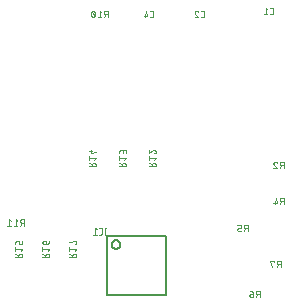
<source format=gbr>
G04 EAGLE Gerber RS-274X export*
G75*
%MOMM*%
%FSLAX34Y34*%
%LPD*%
%INSilkscreen Bottom*%
%IPPOS*%
%AMOC8*
5,1,8,0,0,1.08239X$1,22.5*%
G01*
%ADD10C,0.050800*%
%ADD11C,0.152400*%


D10*
X260152Y862584D02*
X261394Y862584D01*
X261464Y862586D01*
X261533Y862592D01*
X261602Y862602D01*
X261670Y862615D01*
X261738Y862633D01*
X261804Y862654D01*
X261869Y862679D01*
X261933Y862707D01*
X261995Y862739D01*
X262055Y862774D01*
X262113Y862813D01*
X262168Y862855D01*
X262222Y862900D01*
X262272Y862948D01*
X262320Y862998D01*
X262365Y863052D01*
X262407Y863107D01*
X262446Y863165D01*
X262481Y863225D01*
X262513Y863287D01*
X262541Y863351D01*
X262566Y863416D01*
X262587Y863482D01*
X262605Y863550D01*
X262618Y863618D01*
X262628Y863687D01*
X262634Y863756D01*
X262636Y863826D01*
X262636Y866930D01*
X262634Y867000D01*
X262628Y867069D01*
X262618Y867138D01*
X262605Y867206D01*
X262587Y867274D01*
X262566Y867340D01*
X262541Y867405D01*
X262513Y867469D01*
X262481Y867531D01*
X262446Y867591D01*
X262407Y867649D01*
X262365Y867704D01*
X262320Y867758D01*
X262272Y867808D01*
X262222Y867856D01*
X262168Y867901D01*
X262113Y867943D01*
X262055Y867982D01*
X261995Y868017D01*
X261933Y868049D01*
X261869Y868077D01*
X261804Y868102D01*
X261738Y868123D01*
X261670Y868141D01*
X261602Y868154D01*
X261533Y868164D01*
X261464Y868170D01*
X261394Y868172D01*
X260152Y868172D01*
X258048Y866930D02*
X256496Y868172D01*
X256496Y862584D01*
X258048Y862584D02*
X254943Y862584D01*
X202974Y860044D02*
X201732Y860044D01*
X202974Y860044D02*
X203044Y860046D01*
X203113Y860052D01*
X203182Y860062D01*
X203250Y860075D01*
X203318Y860093D01*
X203384Y860114D01*
X203449Y860139D01*
X203513Y860167D01*
X203575Y860199D01*
X203635Y860234D01*
X203693Y860273D01*
X203748Y860315D01*
X203802Y860360D01*
X203852Y860408D01*
X203900Y860458D01*
X203945Y860512D01*
X203987Y860567D01*
X204026Y860625D01*
X204061Y860685D01*
X204093Y860747D01*
X204121Y860811D01*
X204146Y860876D01*
X204167Y860942D01*
X204185Y861010D01*
X204198Y861078D01*
X204208Y861147D01*
X204214Y861216D01*
X204216Y861286D01*
X204216Y864390D01*
X204214Y864460D01*
X204208Y864529D01*
X204198Y864598D01*
X204185Y864666D01*
X204167Y864734D01*
X204146Y864800D01*
X204121Y864865D01*
X204093Y864929D01*
X204061Y864991D01*
X204026Y865051D01*
X203987Y865109D01*
X203945Y865164D01*
X203900Y865218D01*
X203852Y865268D01*
X203802Y865316D01*
X203748Y865361D01*
X203693Y865403D01*
X203635Y865442D01*
X203575Y865477D01*
X203513Y865509D01*
X203449Y865537D01*
X203384Y865562D01*
X203318Y865583D01*
X203250Y865601D01*
X203182Y865614D01*
X203113Y865624D01*
X203044Y865630D01*
X202974Y865632D01*
X201732Y865632D01*
X197920Y865632D02*
X197847Y865630D01*
X197774Y865624D01*
X197701Y865615D01*
X197630Y865601D01*
X197558Y865584D01*
X197488Y865564D01*
X197419Y865539D01*
X197352Y865511D01*
X197286Y865480D01*
X197222Y865445D01*
X197159Y865407D01*
X197099Y865365D01*
X197041Y865321D01*
X196985Y865273D01*
X196932Y865223D01*
X196882Y865170D01*
X196834Y865114D01*
X196790Y865056D01*
X196748Y864996D01*
X196710Y864934D01*
X196675Y864869D01*
X196644Y864803D01*
X196616Y864736D01*
X196591Y864667D01*
X196571Y864597D01*
X196554Y864525D01*
X196540Y864454D01*
X196531Y864381D01*
X196525Y864308D01*
X196523Y864235D01*
X197920Y865632D02*
X198004Y865630D01*
X198087Y865624D01*
X198170Y865615D01*
X198252Y865601D01*
X198334Y865584D01*
X198415Y865562D01*
X198495Y865537D01*
X198573Y865509D01*
X198651Y865477D01*
X198726Y865441D01*
X198800Y865402D01*
X198872Y865359D01*
X198942Y865313D01*
X199009Y865264D01*
X199075Y865211D01*
X199137Y865156D01*
X199197Y865098D01*
X199255Y865037D01*
X199309Y864974D01*
X199361Y864908D01*
X199409Y864840D01*
X199454Y864769D01*
X199496Y864697D01*
X199534Y864622D01*
X199569Y864546D01*
X199600Y864469D01*
X199628Y864390D01*
X196990Y863149D02*
X196936Y863202D01*
X196885Y863259D01*
X196837Y863318D01*
X196792Y863379D01*
X196751Y863442D01*
X196712Y863508D01*
X196677Y863575D01*
X196645Y863644D01*
X196617Y863715D01*
X196593Y863786D01*
X196572Y863859D01*
X196555Y863933D01*
X196541Y864008D01*
X196532Y864083D01*
X196526Y864159D01*
X196524Y864235D01*
X196989Y863148D02*
X199628Y860044D01*
X196523Y860044D01*
X159794Y860044D02*
X158552Y860044D01*
X159794Y860044D02*
X159864Y860046D01*
X159933Y860052D01*
X160002Y860062D01*
X160070Y860075D01*
X160138Y860093D01*
X160204Y860114D01*
X160269Y860139D01*
X160333Y860167D01*
X160395Y860199D01*
X160455Y860234D01*
X160513Y860273D01*
X160568Y860315D01*
X160622Y860360D01*
X160672Y860408D01*
X160720Y860458D01*
X160765Y860512D01*
X160807Y860567D01*
X160846Y860625D01*
X160881Y860685D01*
X160913Y860747D01*
X160941Y860811D01*
X160966Y860876D01*
X160987Y860942D01*
X161005Y861010D01*
X161018Y861078D01*
X161028Y861147D01*
X161034Y861216D01*
X161036Y861286D01*
X161036Y864390D01*
X161034Y864460D01*
X161028Y864529D01*
X161018Y864598D01*
X161005Y864666D01*
X160987Y864734D01*
X160966Y864800D01*
X160941Y864865D01*
X160913Y864929D01*
X160881Y864991D01*
X160846Y865051D01*
X160807Y865109D01*
X160765Y865164D01*
X160720Y865218D01*
X160672Y865268D01*
X160622Y865316D01*
X160568Y865361D01*
X160513Y865403D01*
X160455Y865442D01*
X160395Y865477D01*
X160333Y865509D01*
X160269Y865537D01*
X160204Y865562D01*
X160138Y865583D01*
X160070Y865601D01*
X160002Y865614D01*
X159933Y865624D01*
X159864Y865630D01*
X159794Y865632D01*
X158552Y865632D01*
X155206Y865632D02*
X156448Y861286D01*
X153343Y861286D01*
X154275Y862528D02*
X154275Y860044D01*
D11*
X172320Y625240D02*
X122320Y625240D01*
X172320Y625240D02*
X172320Y675240D01*
X122320Y675240D01*
X122270Y671740D02*
X122320Y625240D01*
X122270Y671740D02*
X122320Y675240D01*
X126296Y667672D02*
X126298Y667791D01*
X126304Y667911D01*
X126314Y668030D01*
X126328Y668148D01*
X126346Y668266D01*
X126367Y668384D01*
X126393Y668500D01*
X126422Y668616D01*
X126456Y668731D01*
X126493Y668844D01*
X126534Y668956D01*
X126578Y669067D01*
X126626Y669177D01*
X126678Y669284D01*
X126733Y669390D01*
X126792Y669494D01*
X126855Y669596D01*
X126920Y669695D01*
X126989Y669793D01*
X127061Y669888D01*
X127136Y669981D01*
X127215Y670071D01*
X127296Y670159D01*
X127380Y670243D01*
X127467Y670325D01*
X127556Y670404D01*
X127648Y670480D01*
X127743Y670553D01*
X127840Y670623D01*
X127939Y670689D01*
X128041Y670752D01*
X128144Y670812D01*
X128249Y670868D01*
X128356Y670921D01*
X128465Y670970D01*
X128576Y671016D01*
X128688Y671057D01*
X128801Y671095D01*
X128915Y671130D01*
X129031Y671160D01*
X129147Y671187D01*
X129264Y671209D01*
X129382Y671228D01*
X129501Y671243D01*
X129620Y671254D01*
X129739Y671261D01*
X129858Y671264D01*
X129978Y671263D01*
X130097Y671258D01*
X130216Y671249D01*
X130335Y671236D01*
X130453Y671219D01*
X130570Y671199D01*
X130687Y671174D01*
X130803Y671145D01*
X130918Y671113D01*
X131032Y671077D01*
X131145Y671037D01*
X131256Y670993D01*
X131365Y670946D01*
X131473Y670895D01*
X131580Y670841D01*
X131684Y670783D01*
X131786Y670721D01*
X131887Y670657D01*
X131985Y670588D01*
X132081Y670517D01*
X132174Y670443D01*
X132265Y670365D01*
X132353Y670285D01*
X132438Y670201D01*
X132521Y670115D01*
X132601Y670026D01*
X132678Y669935D01*
X132751Y669841D01*
X132822Y669744D01*
X132889Y669646D01*
X132953Y669545D01*
X133014Y669442D01*
X133071Y669337D01*
X133124Y669231D01*
X133174Y669122D01*
X133221Y669012D01*
X133263Y668901D01*
X133302Y668788D01*
X133338Y668674D01*
X133369Y668558D01*
X133396Y668442D01*
X133420Y668325D01*
X133440Y668207D01*
X133456Y668089D01*
X133468Y667970D01*
X133476Y667851D01*
X133480Y667732D01*
X133480Y667612D01*
X133476Y667493D01*
X133468Y667374D01*
X133456Y667255D01*
X133440Y667137D01*
X133420Y667019D01*
X133396Y666902D01*
X133369Y666786D01*
X133338Y666670D01*
X133302Y666556D01*
X133263Y666443D01*
X133221Y666332D01*
X133174Y666222D01*
X133124Y666113D01*
X133071Y666007D01*
X133014Y665902D01*
X132953Y665799D01*
X132889Y665698D01*
X132822Y665600D01*
X132751Y665503D01*
X132678Y665409D01*
X132601Y665318D01*
X132521Y665229D01*
X132438Y665143D01*
X132353Y665059D01*
X132265Y664979D01*
X132174Y664901D01*
X132081Y664827D01*
X131985Y664756D01*
X131887Y664687D01*
X131786Y664623D01*
X131684Y664561D01*
X131580Y664503D01*
X131473Y664449D01*
X131365Y664398D01*
X131256Y664351D01*
X131145Y664307D01*
X131032Y664267D01*
X130918Y664231D01*
X130803Y664199D01*
X130687Y664170D01*
X130570Y664145D01*
X130453Y664125D01*
X130335Y664108D01*
X130216Y664095D01*
X130097Y664086D01*
X129978Y664081D01*
X129858Y664080D01*
X129739Y664083D01*
X129620Y664090D01*
X129501Y664101D01*
X129382Y664116D01*
X129264Y664135D01*
X129147Y664157D01*
X129031Y664184D01*
X128915Y664214D01*
X128801Y664249D01*
X128688Y664287D01*
X128576Y664328D01*
X128465Y664374D01*
X128356Y664423D01*
X128249Y664476D01*
X128144Y664532D01*
X128041Y664592D01*
X127939Y664655D01*
X127840Y664721D01*
X127743Y664791D01*
X127648Y664864D01*
X127556Y664940D01*
X127467Y665019D01*
X127380Y665101D01*
X127296Y665185D01*
X127215Y665273D01*
X127136Y665363D01*
X127061Y665456D01*
X126989Y665551D01*
X126920Y665649D01*
X126855Y665748D01*
X126792Y665850D01*
X126733Y665954D01*
X126678Y666060D01*
X126626Y666167D01*
X126578Y666277D01*
X126534Y666388D01*
X126493Y666500D01*
X126456Y666613D01*
X126422Y666728D01*
X126393Y666844D01*
X126367Y666960D01*
X126346Y667078D01*
X126328Y667196D01*
X126314Y667314D01*
X126304Y667433D01*
X126298Y667553D01*
X126296Y667672D01*
D10*
X120871Y676054D02*
X120871Y681642D01*
X121492Y676054D02*
X120250Y676054D01*
X120250Y681642D02*
X121492Y681642D01*
X116809Y676054D02*
X115567Y676054D01*
X116809Y676054D02*
X116879Y676056D01*
X116948Y676062D01*
X117017Y676072D01*
X117085Y676085D01*
X117153Y676103D01*
X117219Y676124D01*
X117284Y676149D01*
X117348Y676177D01*
X117410Y676209D01*
X117470Y676244D01*
X117528Y676283D01*
X117583Y676325D01*
X117637Y676370D01*
X117687Y676418D01*
X117735Y676468D01*
X117780Y676522D01*
X117822Y676577D01*
X117861Y676635D01*
X117896Y676695D01*
X117928Y676757D01*
X117956Y676821D01*
X117981Y676886D01*
X118002Y676952D01*
X118020Y677020D01*
X118033Y677088D01*
X118043Y677157D01*
X118049Y677226D01*
X118051Y677296D01*
X118051Y680400D01*
X118049Y680470D01*
X118043Y680539D01*
X118033Y680608D01*
X118020Y680676D01*
X118002Y680744D01*
X117981Y680810D01*
X117956Y680875D01*
X117928Y680939D01*
X117896Y681001D01*
X117861Y681061D01*
X117822Y681119D01*
X117780Y681174D01*
X117735Y681228D01*
X117687Y681278D01*
X117637Y681326D01*
X117583Y681371D01*
X117528Y681413D01*
X117470Y681452D01*
X117410Y681487D01*
X117348Y681519D01*
X117284Y681547D01*
X117219Y681572D01*
X117153Y681593D01*
X117085Y681611D01*
X117017Y681624D01*
X116948Y681634D01*
X116879Y681640D01*
X116809Y681642D01*
X115567Y681642D01*
X113462Y680400D02*
X111910Y681642D01*
X111910Y676054D01*
X113462Y676054D02*
X110358Y676054D01*
X122936Y860044D02*
X122936Y865632D01*
X121384Y865632D01*
X121307Y865630D01*
X121229Y865624D01*
X121153Y865615D01*
X121076Y865601D01*
X121001Y865584D01*
X120927Y865563D01*
X120853Y865538D01*
X120781Y865510D01*
X120711Y865478D01*
X120642Y865443D01*
X120575Y865404D01*
X120510Y865362D01*
X120447Y865317D01*
X120386Y865269D01*
X120328Y865218D01*
X120273Y865164D01*
X120220Y865107D01*
X120171Y865048D01*
X120124Y864986D01*
X120080Y864922D01*
X120040Y864856D01*
X120003Y864788D01*
X119969Y864718D01*
X119939Y864647D01*
X119913Y864574D01*
X119890Y864500D01*
X119871Y864425D01*
X119856Y864350D01*
X119844Y864273D01*
X119836Y864196D01*
X119832Y864119D01*
X119832Y864041D01*
X119836Y863964D01*
X119844Y863887D01*
X119856Y863810D01*
X119871Y863735D01*
X119890Y863660D01*
X119913Y863586D01*
X119939Y863513D01*
X119969Y863442D01*
X120003Y863372D01*
X120040Y863304D01*
X120080Y863238D01*
X120124Y863174D01*
X120171Y863112D01*
X120220Y863053D01*
X120273Y862996D01*
X120328Y862942D01*
X120386Y862891D01*
X120447Y862843D01*
X120510Y862798D01*
X120575Y862756D01*
X120642Y862717D01*
X120711Y862682D01*
X120781Y862650D01*
X120853Y862622D01*
X120927Y862597D01*
X121001Y862576D01*
X121076Y862559D01*
X121153Y862545D01*
X121229Y862536D01*
X121307Y862530D01*
X121384Y862528D01*
X122936Y862528D01*
X121073Y862528D02*
X119832Y860044D01*
X117486Y864390D02*
X115934Y865632D01*
X115934Y860044D01*
X117486Y860044D02*
X114381Y860044D01*
X111999Y862838D02*
X111997Y862969D01*
X111992Y863099D01*
X111982Y863229D01*
X111969Y863359D01*
X111953Y863489D01*
X111933Y863618D01*
X111909Y863746D01*
X111881Y863873D01*
X111850Y864000D01*
X111815Y864126D01*
X111777Y864251D01*
X111735Y864375D01*
X111690Y864497D01*
X111641Y864618D01*
X111589Y864738D01*
X111533Y864856D01*
X111534Y864856D02*
X111511Y864916D01*
X111485Y864976D01*
X111456Y865033D01*
X111423Y865089D01*
X111387Y865143D01*
X111349Y865195D01*
X111307Y865245D01*
X111263Y865292D01*
X111216Y865337D01*
X111166Y865379D01*
X111115Y865418D01*
X111061Y865454D01*
X111005Y865487D01*
X110948Y865517D01*
X110889Y865544D01*
X110828Y865567D01*
X110767Y865587D01*
X110704Y865603D01*
X110640Y865616D01*
X110576Y865625D01*
X110512Y865630D01*
X110447Y865632D01*
X110382Y865630D01*
X110318Y865625D01*
X110254Y865616D01*
X110190Y865603D01*
X110127Y865587D01*
X110066Y865567D01*
X110005Y865544D01*
X109946Y865517D01*
X109889Y865487D01*
X109833Y865454D01*
X109779Y865418D01*
X109728Y865379D01*
X109678Y865337D01*
X109631Y865292D01*
X109587Y865245D01*
X109545Y865195D01*
X109507Y865143D01*
X109471Y865089D01*
X109438Y865033D01*
X109409Y864976D01*
X109383Y864916D01*
X109360Y864856D01*
X109361Y864856D02*
X109305Y864738D01*
X109253Y864618D01*
X109204Y864497D01*
X109159Y864375D01*
X109117Y864251D01*
X109079Y864126D01*
X109044Y864000D01*
X109013Y863874D01*
X108985Y863746D01*
X108961Y863618D01*
X108941Y863489D01*
X108925Y863359D01*
X108912Y863229D01*
X108902Y863099D01*
X108897Y862969D01*
X108895Y862838D01*
X111999Y862838D02*
X111997Y862707D01*
X111992Y862577D01*
X111982Y862447D01*
X111969Y862317D01*
X111953Y862187D01*
X111933Y862059D01*
X111909Y861930D01*
X111881Y861803D01*
X111850Y861676D01*
X111815Y861550D01*
X111777Y861425D01*
X111735Y861302D01*
X111690Y861179D01*
X111641Y861058D01*
X111589Y860938D01*
X111533Y860820D01*
X111534Y860820D02*
X111511Y860760D01*
X111485Y860700D01*
X111456Y860643D01*
X111423Y860587D01*
X111387Y860533D01*
X111349Y860481D01*
X111307Y860431D01*
X111263Y860384D01*
X111216Y860339D01*
X111166Y860297D01*
X111115Y860258D01*
X111061Y860222D01*
X111005Y860189D01*
X110948Y860159D01*
X110889Y860132D01*
X110828Y860109D01*
X110767Y860089D01*
X110704Y860073D01*
X110640Y860060D01*
X110576Y860051D01*
X110512Y860046D01*
X110447Y860044D01*
X109361Y860820D02*
X109305Y860938D01*
X109253Y861058D01*
X109204Y861179D01*
X109159Y861301D01*
X109117Y861425D01*
X109079Y861550D01*
X109044Y861676D01*
X109013Y861802D01*
X108985Y861930D01*
X108961Y862058D01*
X108941Y862187D01*
X108925Y862317D01*
X108912Y862447D01*
X108902Y862577D01*
X108897Y862707D01*
X108895Y862838D01*
X109360Y860820D02*
X109383Y860760D01*
X109409Y860700D01*
X109438Y860643D01*
X109471Y860587D01*
X109507Y860533D01*
X109545Y860481D01*
X109587Y860431D01*
X109631Y860384D01*
X109678Y860339D01*
X109728Y860297D01*
X109779Y860258D01*
X109833Y860222D01*
X109889Y860189D01*
X109946Y860159D01*
X110005Y860132D01*
X110066Y860109D01*
X110127Y860089D01*
X110190Y860073D01*
X110254Y860060D01*
X110318Y860051D01*
X110382Y860046D01*
X110447Y860044D01*
X111689Y861286D02*
X109205Y864390D01*
X51816Y689102D02*
X51816Y683514D01*
X51816Y689102D02*
X50264Y689102D01*
X50187Y689100D01*
X50109Y689094D01*
X50033Y689085D01*
X49956Y689071D01*
X49881Y689054D01*
X49807Y689033D01*
X49733Y689008D01*
X49661Y688980D01*
X49591Y688948D01*
X49522Y688913D01*
X49455Y688874D01*
X49390Y688832D01*
X49327Y688787D01*
X49266Y688739D01*
X49208Y688688D01*
X49153Y688634D01*
X49100Y688577D01*
X49051Y688518D01*
X49004Y688456D01*
X48960Y688392D01*
X48920Y688326D01*
X48883Y688258D01*
X48849Y688188D01*
X48819Y688117D01*
X48793Y688044D01*
X48770Y687970D01*
X48751Y687895D01*
X48736Y687820D01*
X48724Y687743D01*
X48716Y687666D01*
X48712Y687589D01*
X48712Y687511D01*
X48716Y687434D01*
X48724Y687357D01*
X48736Y687280D01*
X48751Y687205D01*
X48770Y687130D01*
X48793Y687056D01*
X48819Y686983D01*
X48849Y686912D01*
X48883Y686842D01*
X48920Y686774D01*
X48960Y686708D01*
X49004Y686644D01*
X49051Y686582D01*
X49100Y686523D01*
X49153Y686466D01*
X49208Y686412D01*
X49266Y686361D01*
X49327Y686313D01*
X49390Y686268D01*
X49455Y686226D01*
X49522Y686187D01*
X49591Y686152D01*
X49661Y686120D01*
X49733Y686092D01*
X49807Y686067D01*
X49881Y686046D01*
X49956Y686029D01*
X50033Y686015D01*
X50109Y686006D01*
X50187Y686000D01*
X50264Y685998D01*
X51816Y685998D01*
X49953Y685998D02*
X48712Y683514D01*
X46366Y687860D02*
X44814Y689102D01*
X44814Y683514D01*
X46366Y683514D02*
X43261Y683514D01*
X40879Y687860D02*
X39327Y689102D01*
X39327Y683514D01*
X40879Y683514D02*
X37775Y683514D01*
X271699Y732028D02*
X271699Y737616D01*
X270147Y737616D01*
X270070Y737614D01*
X269992Y737608D01*
X269916Y737599D01*
X269839Y737585D01*
X269764Y737568D01*
X269690Y737547D01*
X269616Y737522D01*
X269544Y737494D01*
X269474Y737462D01*
X269405Y737427D01*
X269338Y737388D01*
X269273Y737346D01*
X269210Y737301D01*
X269149Y737253D01*
X269091Y737202D01*
X269036Y737148D01*
X268983Y737091D01*
X268934Y737032D01*
X268887Y736970D01*
X268843Y736906D01*
X268803Y736840D01*
X268766Y736772D01*
X268732Y736702D01*
X268702Y736631D01*
X268676Y736558D01*
X268653Y736484D01*
X268634Y736409D01*
X268619Y736334D01*
X268607Y736257D01*
X268599Y736180D01*
X268595Y736103D01*
X268595Y736025D01*
X268599Y735948D01*
X268607Y735871D01*
X268619Y735794D01*
X268634Y735719D01*
X268653Y735644D01*
X268676Y735570D01*
X268702Y735497D01*
X268732Y735426D01*
X268766Y735356D01*
X268803Y735288D01*
X268843Y735222D01*
X268887Y735158D01*
X268934Y735096D01*
X268983Y735037D01*
X269036Y734980D01*
X269091Y734926D01*
X269149Y734875D01*
X269210Y734827D01*
X269273Y734782D01*
X269338Y734740D01*
X269405Y734701D01*
X269474Y734666D01*
X269544Y734634D01*
X269616Y734606D01*
X269690Y734581D01*
X269764Y734560D01*
X269839Y734543D01*
X269916Y734529D01*
X269992Y734520D01*
X270070Y734514D01*
X270147Y734512D01*
X271699Y734512D01*
X269836Y734512D02*
X268594Y732028D01*
X263144Y736219D02*
X263146Y736292D01*
X263152Y736365D01*
X263161Y736438D01*
X263175Y736509D01*
X263192Y736581D01*
X263212Y736651D01*
X263237Y736720D01*
X263265Y736787D01*
X263296Y736853D01*
X263331Y736918D01*
X263369Y736980D01*
X263411Y737040D01*
X263455Y737098D01*
X263503Y737154D01*
X263553Y737207D01*
X263606Y737257D01*
X263662Y737305D01*
X263720Y737349D01*
X263780Y737391D01*
X263843Y737429D01*
X263907Y737464D01*
X263973Y737495D01*
X264040Y737523D01*
X264109Y737548D01*
X264179Y737568D01*
X264251Y737585D01*
X264322Y737599D01*
X264395Y737608D01*
X264468Y737614D01*
X264541Y737616D01*
X264625Y737614D01*
X264708Y737608D01*
X264791Y737599D01*
X264873Y737585D01*
X264955Y737568D01*
X265036Y737546D01*
X265116Y737521D01*
X265194Y737493D01*
X265272Y737461D01*
X265347Y737425D01*
X265421Y737386D01*
X265493Y737343D01*
X265563Y737297D01*
X265630Y737248D01*
X265696Y737195D01*
X265758Y737140D01*
X265818Y737082D01*
X265876Y737021D01*
X265930Y736958D01*
X265982Y736892D01*
X266030Y736824D01*
X266075Y736753D01*
X266117Y736681D01*
X266155Y736606D01*
X266190Y736530D01*
X266221Y736453D01*
X266249Y736374D01*
X263610Y735133D02*
X263556Y735186D01*
X263505Y735243D01*
X263457Y735302D01*
X263412Y735363D01*
X263371Y735426D01*
X263332Y735492D01*
X263297Y735559D01*
X263265Y735628D01*
X263237Y735699D01*
X263213Y735770D01*
X263192Y735843D01*
X263175Y735917D01*
X263161Y735992D01*
X263152Y736067D01*
X263146Y736143D01*
X263144Y736219D01*
X263610Y735132D02*
X266248Y732028D01*
X263144Y732028D01*
X271699Y707136D02*
X271699Y701548D01*
X271699Y707136D02*
X270147Y707136D01*
X270070Y707134D01*
X269992Y707128D01*
X269916Y707119D01*
X269839Y707105D01*
X269764Y707088D01*
X269690Y707067D01*
X269616Y707042D01*
X269544Y707014D01*
X269474Y706982D01*
X269405Y706947D01*
X269338Y706908D01*
X269273Y706866D01*
X269210Y706821D01*
X269149Y706773D01*
X269091Y706722D01*
X269036Y706668D01*
X268983Y706611D01*
X268934Y706552D01*
X268887Y706490D01*
X268843Y706426D01*
X268803Y706360D01*
X268766Y706292D01*
X268732Y706222D01*
X268702Y706151D01*
X268676Y706078D01*
X268653Y706004D01*
X268634Y705929D01*
X268619Y705854D01*
X268607Y705777D01*
X268599Y705700D01*
X268595Y705623D01*
X268595Y705545D01*
X268599Y705468D01*
X268607Y705391D01*
X268619Y705314D01*
X268634Y705239D01*
X268653Y705164D01*
X268676Y705090D01*
X268702Y705017D01*
X268732Y704946D01*
X268766Y704876D01*
X268803Y704808D01*
X268843Y704742D01*
X268887Y704678D01*
X268934Y704616D01*
X268983Y704557D01*
X269036Y704500D01*
X269091Y704446D01*
X269149Y704395D01*
X269210Y704347D01*
X269273Y704302D01*
X269338Y704260D01*
X269405Y704221D01*
X269474Y704186D01*
X269544Y704154D01*
X269616Y704126D01*
X269690Y704101D01*
X269764Y704080D01*
X269839Y704063D01*
X269916Y704049D01*
X269992Y704040D01*
X270070Y704034D01*
X270147Y704032D01*
X271699Y704032D01*
X269836Y704032D02*
X268594Y701548D01*
X266248Y702790D02*
X265007Y707136D01*
X266248Y702790D02*
X263144Y702790D01*
X264075Y704032D02*
X264075Y701548D01*
X241219Y684276D02*
X241219Y678688D01*
X241219Y684276D02*
X239667Y684276D01*
X239590Y684274D01*
X239512Y684268D01*
X239436Y684259D01*
X239359Y684245D01*
X239284Y684228D01*
X239210Y684207D01*
X239136Y684182D01*
X239064Y684154D01*
X238994Y684122D01*
X238925Y684087D01*
X238858Y684048D01*
X238793Y684006D01*
X238730Y683961D01*
X238669Y683913D01*
X238611Y683862D01*
X238556Y683808D01*
X238503Y683751D01*
X238454Y683692D01*
X238407Y683630D01*
X238363Y683566D01*
X238323Y683500D01*
X238286Y683432D01*
X238252Y683362D01*
X238222Y683291D01*
X238196Y683218D01*
X238173Y683144D01*
X238154Y683069D01*
X238139Y682994D01*
X238127Y682917D01*
X238119Y682840D01*
X238115Y682763D01*
X238115Y682685D01*
X238119Y682608D01*
X238127Y682531D01*
X238139Y682454D01*
X238154Y682379D01*
X238173Y682304D01*
X238196Y682230D01*
X238222Y682157D01*
X238252Y682086D01*
X238286Y682016D01*
X238323Y681948D01*
X238363Y681882D01*
X238407Y681818D01*
X238454Y681756D01*
X238503Y681697D01*
X238556Y681640D01*
X238611Y681586D01*
X238669Y681535D01*
X238730Y681487D01*
X238793Y681442D01*
X238858Y681400D01*
X238925Y681361D01*
X238994Y681326D01*
X239064Y681294D01*
X239136Y681266D01*
X239210Y681241D01*
X239284Y681220D01*
X239359Y681203D01*
X239436Y681189D01*
X239512Y681180D01*
X239590Y681174D01*
X239667Y681172D01*
X241219Y681172D01*
X239356Y681172D02*
X238114Y678688D01*
X235768Y678688D02*
X233906Y678688D01*
X233836Y678690D01*
X233767Y678696D01*
X233698Y678706D01*
X233630Y678719D01*
X233562Y678737D01*
X233496Y678758D01*
X233431Y678783D01*
X233367Y678811D01*
X233305Y678843D01*
X233245Y678878D01*
X233187Y678917D01*
X233132Y678959D01*
X233078Y679004D01*
X233028Y679052D01*
X232980Y679102D01*
X232935Y679156D01*
X232893Y679211D01*
X232854Y679269D01*
X232819Y679329D01*
X232787Y679391D01*
X232759Y679455D01*
X232734Y679520D01*
X232713Y679586D01*
X232695Y679654D01*
X232682Y679722D01*
X232672Y679791D01*
X232666Y679860D01*
X232664Y679930D01*
X232664Y680551D01*
X232666Y680621D01*
X232672Y680690D01*
X232682Y680759D01*
X232695Y680827D01*
X232713Y680895D01*
X232734Y680961D01*
X232759Y681026D01*
X232787Y681090D01*
X232819Y681152D01*
X232854Y681212D01*
X232893Y681270D01*
X232935Y681325D01*
X232980Y681379D01*
X233028Y681429D01*
X233078Y681477D01*
X233132Y681522D01*
X233187Y681564D01*
X233245Y681603D01*
X233305Y681638D01*
X233367Y681670D01*
X233431Y681698D01*
X233496Y681723D01*
X233562Y681744D01*
X233630Y681762D01*
X233698Y681775D01*
X233767Y681785D01*
X233836Y681791D01*
X233906Y681793D01*
X233906Y681792D02*
X235768Y681792D01*
X235768Y684276D01*
X232664Y684276D01*
X251379Y628396D02*
X251379Y622808D01*
X251379Y628396D02*
X249827Y628396D01*
X249750Y628394D01*
X249672Y628388D01*
X249596Y628379D01*
X249519Y628365D01*
X249444Y628348D01*
X249370Y628327D01*
X249296Y628302D01*
X249224Y628274D01*
X249154Y628242D01*
X249085Y628207D01*
X249018Y628168D01*
X248953Y628126D01*
X248890Y628081D01*
X248829Y628033D01*
X248771Y627982D01*
X248716Y627928D01*
X248663Y627871D01*
X248614Y627812D01*
X248567Y627750D01*
X248523Y627686D01*
X248483Y627620D01*
X248446Y627552D01*
X248412Y627482D01*
X248382Y627411D01*
X248356Y627338D01*
X248333Y627264D01*
X248314Y627189D01*
X248299Y627114D01*
X248287Y627037D01*
X248279Y626960D01*
X248275Y626883D01*
X248275Y626805D01*
X248279Y626728D01*
X248287Y626651D01*
X248299Y626574D01*
X248314Y626499D01*
X248333Y626424D01*
X248356Y626350D01*
X248382Y626277D01*
X248412Y626206D01*
X248446Y626136D01*
X248483Y626068D01*
X248523Y626002D01*
X248567Y625938D01*
X248614Y625876D01*
X248663Y625817D01*
X248716Y625760D01*
X248771Y625706D01*
X248829Y625655D01*
X248890Y625607D01*
X248953Y625562D01*
X249018Y625520D01*
X249085Y625481D01*
X249154Y625446D01*
X249224Y625414D01*
X249296Y625386D01*
X249370Y625361D01*
X249444Y625340D01*
X249519Y625323D01*
X249596Y625309D01*
X249672Y625300D01*
X249750Y625294D01*
X249827Y625292D01*
X251379Y625292D01*
X249516Y625292D02*
X248274Y622808D01*
X245928Y625912D02*
X244066Y625912D01*
X244066Y625913D02*
X243996Y625911D01*
X243927Y625905D01*
X243858Y625895D01*
X243790Y625882D01*
X243722Y625864D01*
X243656Y625843D01*
X243591Y625818D01*
X243527Y625790D01*
X243465Y625758D01*
X243405Y625723D01*
X243347Y625684D01*
X243292Y625642D01*
X243238Y625597D01*
X243188Y625549D01*
X243140Y625499D01*
X243095Y625445D01*
X243053Y625390D01*
X243014Y625332D01*
X242979Y625272D01*
X242947Y625210D01*
X242919Y625146D01*
X242894Y625081D01*
X242873Y625015D01*
X242855Y624947D01*
X242842Y624879D01*
X242832Y624810D01*
X242826Y624741D01*
X242824Y624671D01*
X242824Y624360D01*
X242826Y624283D01*
X242832Y624205D01*
X242841Y624129D01*
X242855Y624052D01*
X242872Y623977D01*
X242893Y623903D01*
X242918Y623829D01*
X242946Y623757D01*
X242978Y623687D01*
X243013Y623618D01*
X243052Y623551D01*
X243094Y623486D01*
X243139Y623423D01*
X243187Y623362D01*
X243238Y623304D01*
X243292Y623249D01*
X243349Y623196D01*
X243408Y623147D01*
X243470Y623100D01*
X243534Y623056D01*
X243600Y623016D01*
X243668Y622979D01*
X243738Y622945D01*
X243809Y622915D01*
X243882Y622889D01*
X243956Y622866D01*
X244031Y622847D01*
X244106Y622832D01*
X244183Y622820D01*
X244260Y622812D01*
X244337Y622808D01*
X244415Y622808D01*
X244492Y622812D01*
X244569Y622820D01*
X244646Y622832D01*
X244721Y622847D01*
X244796Y622866D01*
X244870Y622889D01*
X244943Y622915D01*
X245014Y622945D01*
X245084Y622979D01*
X245152Y623016D01*
X245218Y623056D01*
X245282Y623100D01*
X245344Y623147D01*
X245403Y623196D01*
X245460Y623249D01*
X245514Y623304D01*
X245565Y623362D01*
X245613Y623423D01*
X245658Y623486D01*
X245700Y623551D01*
X245739Y623618D01*
X245774Y623687D01*
X245806Y623757D01*
X245834Y623829D01*
X245859Y623903D01*
X245880Y623977D01*
X245897Y624052D01*
X245911Y624129D01*
X245920Y624205D01*
X245926Y624283D01*
X245928Y624360D01*
X245928Y625912D01*
X245929Y625912D02*
X245927Y626010D01*
X245921Y626107D01*
X245912Y626204D01*
X245898Y626301D01*
X245881Y626397D01*
X245860Y626492D01*
X245836Y626586D01*
X245807Y626680D01*
X245775Y626772D01*
X245740Y626863D01*
X245701Y626952D01*
X245658Y627040D01*
X245612Y627126D01*
X245563Y627210D01*
X245510Y627292D01*
X245455Y627372D01*
X245396Y627450D01*
X245334Y627525D01*
X245269Y627598D01*
X245201Y627668D01*
X245131Y627736D01*
X245058Y627801D01*
X244983Y627863D01*
X244905Y627922D01*
X244825Y627977D01*
X244743Y628030D01*
X244659Y628079D01*
X244573Y628125D01*
X244485Y628168D01*
X244396Y628207D01*
X244305Y628242D01*
X244213Y628274D01*
X244119Y628303D01*
X244025Y628327D01*
X243930Y628348D01*
X243834Y628365D01*
X243737Y628379D01*
X243640Y628388D01*
X243543Y628394D01*
X243445Y628396D01*
X269159Y648208D02*
X269159Y653796D01*
X267607Y653796D01*
X267530Y653794D01*
X267452Y653788D01*
X267376Y653779D01*
X267299Y653765D01*
X267224Y653748D01*
X267150Y653727D01*
X267076Y653702D01*
X267004Y653674D01*
X266934Y653642D01*
X266865Y653607D01*
X266798Y653568D01*
X266733Y653526D01*
X266670Y653481D01*
X266609Y653433D01*
X266551Y653382D01*
X266496Y653328D01*
X266443Y653271D01*
X266394Y653212D01*
X266347Y653150D01*
X266303Y653086D01*
X266263Y653020D01*
X266226Y652952D01*
X266192Y652882D01*
X266162Y652811D01*
X266136Y652738D01*
X266113Y652664D01*
X266094Y652589D01*
X266079Y652514D01*
X266067Y652437D01*
X266059Y652360D01*
X266055Y652283D01*
X266055Y652205D01*
X266059Y652128D01*
X266067Y652051D01*
X266079Y651974D01*
X266094Y651899D01*
X266113Y651824D01*
X266136Y651750D01*
X266162Y651677D01*
X266192Y651606D01*
X266226Y651536D01*
X266263Y651468D01*
X266303Y651402D01*
X266347Y651338D01*
X266394Y651276D01*
X266443Y651217D01*
X266496Y651160D01*
X266551Y651106D01*
X266609Y651055D01*
X266670Y651007D01*
X266733Y650962D01*
X266798Y650920D01*
X266865Y650881D01*
X266934Y650846D01*
X267004Y650814D01*
X267076Y650786D01*
X267150Y650761D01*
X267224Y650740D01*
X267299Y650723D01*
X267376Y650709D01*
X267452Y650700D01*
X267530Y650694D01*
X267607Y650692D01*
X269159Y650692D01*
X267296Y650692D02*
X266054Y648208D01*
X263708Y653175D02*
X263708Y653796D01*
X260604Y653796D01*
X262156Y648208D01*
X163576Y733735D02*
X157988Y733735D01*
X163576Y733735D02*
X163576Y735287D01*
X163574Y735364D01*
X163568Y735442D01*
X163559Y735518D01*
X163545Y735595D01*
X163528Y735670D01*
X163507Y735744D01*
X163482Y735818D01*
X163454Y735890D01*
X163422Y735960D01*
X163387Y736029D01*
X163348Y736096D01*
X163306Y736161D01*
X163261Y736224D01*
X163213Y736285D01*
X163162Y736343D01*
X163108Y736398D01*
X163051Y736451D01*
X162992Y736500D01*
X162930Y736547D01*
X162866Y736591D01*
X162800Y736631D01*
X162732Y736668D01*
X162662Y736702D01*
X162591Y736732D01*
X162518Y736758D01*
X162444Y736781D01*
X162369Y736800D01*
X162294Y736815D01*
X162217Y736827D01*
X162140Y736835D01*
X162063Y736839D01*
X161985Y736839D01*
X161908Y736835D01*
X161831Y736827D01*
X161754Y736815D01*
X161679Y736800D01*
X161604Y736781D01*
X161530Y736758D01*
X161457Y736732D01*
X161386Y736702D01*
X161316Y736668D01*
X161248Y736631D01*
X161182Y736591D01*
X161118Y736547D01*
X161056Y736500D01*
X160997Y736451D01*
X160940Y736398D01*
X160886Y736343D01*
X160835Y736285D01*
X160787Y736224D01*
X160742Y736161D01*
X160700Y736096D01*
X160661Y736029D01*
X160626Y735960D01*
X160594Y735890D01*
X160566Y735818D01*
X160541Y735744D01*
X160520Y735670D01*
X160503Y735595D01*
X160489Y735518D01*
X160480Y735442D01*
X160474Y735364D01*
X160472Y735287D01*
X160472Y733735D01*
X160472Y735598D02*
X157988Y736839D01*
X162334Y739185D02*
X163576Y740737D01*
X157988Y740737D01*
X157988Y739185D02*
X157988Y742290D01*
X162179Y747776D02*
X162252Y747774D01*
X162325Y747768D01*
X162398Y747759D01*
X162469Y747745D01*
X162541Y747728D01*
X162611Y747708D01*
X162680Y747683D01*
X162747Y747655D01*
X162813Y747624D01*
X162878Y747589D01*
X162940Y747551D01*
X163000Y747509D01*
X163058Y747465D01*
X163114Y747417D01*
X163167Y747367D01*
X163217Y747314D01*
X163265Y747258D01*
X163309Y747200D01*
X163351Y747140D01*
X163389Y747078D01*
X163424Y747013D01*
X163455Y746947D01*
X163483Y746880D01*
X163508Y746811D01*
X163528Y746741D01*
X163545Y746669D01*
X163559Y746598D01*
X163568Y746525D01*
X163574Y746452D01*
X163576Y746379D01*
X163574Y746295D01*
X163568Y746212D01*
X163559Y746129D01*
X163545Y746047D01*
X163528Y745965D01*
X163506Y745884D01*
X163481Y745804D01*
X163453Y745726D01*
X163421Y745648D01*
X163385Y745573D01*
X163346Y745499D01*
X163303Y745427D01*
X163257Y745357D01*
X163208Y745290D01*
X163155Y745224D01*
X163100Y745162D01*
X163042Y745102D01*
X162981Y745044D01*
X162918Y744990D01*
X162852Y744938D01*
X162784Y744890D01*
X162713Y744845D01*
X162641Y744803D01*
X162566Y744765D01*
X162490Y744730D01*
X162413Y744699D01*
X162334Y744671D01*
X161093Y747310D02*
X161146Y747364D01*
X161203Y747415D01*
X161262Y747463D01*
X161323Y747508D01*
X161386Y747549D01*
X161452Y747588D01*
X161519Y747623D01*
X161588Y747655D01*
X161659Y747683D01*
X161730Y747707D01*
X161803Y747728D01*
X161877Y747745D01*
X161952Y747759D01*
X162027Y747768D01*
X162103Y747774D01*
X162179Y747776D01*
X161092Y747310D02*
X157988Y744672D01*
X157988Y747776D01*
X138176Y733735D02*
X132588Y733735D01*
X138176Y733735D02*
X138176Y735287D01*
X138174Y735364D01*
X138168Y735442D01*
X138159Y735518D01*
X138145Y735595D01*
X138128Y735670D01*
X138107Y735744D01*
X138082Y735818D01*
X138054Y735890D01*
X138022Y735960D01*
X137987Y736029D01*
X137948Y736096D01*
X137906Y736161D01*
X137861Y736224D01*
X137813Y736285D01*
X137762Y736343D01*
X137708Y736398D01*
X137651Y736451D01*
X137592Y736500D01*
X137530Y736547D01*
X137466Y736591D01*
X137400Y736631D01*
X137332Y736668D01*
X137262Y736702D01*
X137191Y736732D01*
X137118Y736758D01*
X137044Y736781D01*
X136969Y736800D01*
X136894Y736815D01*
X136817Y736827D01*
X136740Y736835D01*
X136663Y736839D01*
X136585Y736839D01*
X136508Y736835D01*
X136431Y736827D01*
X136354Y736815D01*
X136279Y736800D01*
X136204Y736781D01*
X136130Y736758D01*
X136057Y736732D01*
X135986Y736702D01*
X135916Y736668D01*
X135848Y736631D01*
X135782Y736591D01*
X135718Y736547D01*
X135656Y736500D01*
X135597Y736451D01*
X135540Y736398D01*
X135486Y736343D01*
X135435Y736285D01*
X135387Y736224D01*
X135342Y736161D01*
X135300Y736096D01*
X135261Y736029D01*
X135226Y735960D01*
X135194Y735890D01*
X135166Y735818D01*
X135141Y735744D01*
X135120Y735670D01*
X135103Y735595D01*
X135089Y735518D01*
X135080Y735442D01*
X135074Y735364D01*
X135072Y735287D01*
X135072Y733735D01*
X135072Y735598D02*
X132588Y736839D01*
X136934Y739185D02*
X138176Y740737D01*
X132588Y740737D01*
X132588Y739185D02*
X132588Y742290D01*
X132588Y744672D02*
X132588Y746224D01*
X132590Y746301D01*
X132596Y746379D01*
X132605Y746455D01*
X132619Y746532D01*
X132636Y746607D01*
X132657Y746681D01*
X132682Y746755D01*
X132710Y746827D01*
X132742Y746897D01*
X132777Y746966D01*
X132816Y747033D01*
X132858Y747098D01*
X132903Y747161D01*
X132951Y747222D01*
X133002Y747280D01*
X133056Y747335D01*
X133113Y747388D01*
X133172Y747437D01*
X133234Y747484D01*
X133298Y747528D01*
X133364Y747568D01*
X133432Y747605D01*
X133502Y747639D01*
X133573Y747669D01*
X133646Y747695D01*
X133720Y747718D01*
X133795Y747737D01*
X133870Y747752D01*
X133947Y747764D01*
X134024Y747772D01*
X134101Y747776D01*
X134179Y747776D01*
X134256Y747772D01*
X134333Y747764D01*
X134410Y747752D01*
X134485Y747737D01*
X134560Y747718D01*
X134634Y747695D01*
X134707Y747669D01*
X134778Y747639D01*
X134848Y747605D01*
X134916Y747568D01*
X134982Y747528D01*
X135046Y747484D01*
X135108Y747437D01*
X135167Y747388D01*
X135224Y747335D01*
X135278Y747280D01*
X135329Y747222D01*
X135377Y747161D01*
X135422Y747098D01*
X135464Y747033D01*
X135503Y746966D01*
X135538Y746897D01*
X135570Y746827D01*
X135598Y746755D01*
X135623Y746681D01*
X135644Y746607D01*
X135661Y746532D01*
X135675Y746455D01*
X135684Y746379D01*
X135690Y746301D01*
X135692Y746224D01*
X138176Y746534D02*
X138176Y744672D01*
X138176Y746534D02*
X138174Y746604D01*
X138168Y746673D01*
X138158Y746742D01*
X138145Y746810D01*
X138127Y746878D01*
X138106Y746944D01*
X138081Y747009D01*
X138053Y747073D01*
X138021Y747135D01*
X137986Y747195D01*
X137947Y747253D01*
X137905Y747308D01*
X137860Y747362D01*
X137812Y747412D01*
X137762Y747460D01*
X137708Y747505D01*
X137653Y747547D01*
X137595Y747586D01*
X137535Y747621D01*
X137473Y747653D01*
X137409Y747681D01*
X137344Y747706D01*
X137278Y747727D01*
X137210Y747745D01*
X137142Y747758D01*
X137073Y747768D01*
X137004Y747774D01*
X136934Y747776D01*
X136864Y747774D01*
X136795Y747768D01*
X136726Y747758D01*
X136658Y747745D01*
X136590Y747727D01*
X136524Y747706D01*
X136459Y747681D01*
X136395Y747653D01*
X136333Y747621D01*
X136273Y747586D01*
X136215Y747547D01*
X136160Y747505D01*
X136106Y747460D01*
X136056Y747412D01*
X136008Y747362D01*
X135963Y747308D01*
X135921Y747253D01*
X135882Y747195D01*
X135847Y747135D01*
X135815Y747073D01*
X135787Y747009D01*
X135762Y746944D01*
X135741Y746878D01*
X135723Y746810D01*
X135710Y746742D01*
X135700Y746673D01*
X135694Y746604D01*
X135692Y746534D01*
X135692Y745292D01*
X112776Y733735D02*
X107188Y733735D01*
X112776Y733735D02*
X112776Y735287D01*
X112774Y735364D01*
X112768Y735442D01*
X112759Y735518D01*
X112745Y735595D01*
X112728Y735670D01*
X112707Y735744D01*
X112682Y735818D01*
X112654Y735890D01*
X112622Y735960D01*
X112587Y736029D01*
X112548Y736096D01*
X112506Y736161D01*
X112461Y736224D01*
X112413Y736285D01*
X112362Y736343D01*
X112308Y736398D01*
X112251Y736451D01*
X112192Y736500D01*
X112130Y736547D01*
X112066Y736591D01*
X112000Y736631D01*
X111932Y736668D01*
X111862Y736702D01*
X111791Y736732D01*
X111718Y736758D01*
X111644Y736781D01*
X111569Y736800D01*
X111494Y736815D01*
X111417Y736827D01*
X111340Y736835D01*
X111263Y736839D01*
X111185Y736839D01*
X111108Y736835D01*
X111031Y736827D01*
X110954Y736815D01*
X110879Y736800D01*
X110804Y736781D01*
X110730Y736758D01*
X110657Y736732D01*
X110586Y736702D01*
X110516Y736668D01*
X110448Y736631D01*
X110382Y736591D01*
X110318Y736547D01*
X110256Y736500D01*
X110197Y736451D01*
X110140Y736398D01*
X110086Y736343D01*
X110035Y736285D01*
X109987Y736224D01*
X109942Y736161D01*
X109900Y736096D01*
X109861Y736029D01*
X109826Y735960D01*
X109794Y735890D01*
X109766Y735818D01*
X109741Y735744D01*
X109720Y735670D01*
X109703Y735595D01*
X109689Y735518D01*
X109680Y735442D01*
X109674Y735364D01*
X109672Y735287D01*
X109672Y733735D01*
X109672Y735598D02*
X107188Y736839D01*
X111534Y739185D02*
X112776Y740737D01*
X107188Y740737D01*
X107188Y739185D02*
X107188Y742290D01*
X108430Y744672D02*
X112776Y745913D01*
X108430Y744672D02*
X108430Y747776D01*
X109672Y746845D02*
X107188Y746845D01*
X50292Y656844D02*
X44704Y656844D01*
X50292Y656844D02*
X50292Y658396D01*
X50290Y658473D01*
X50284Y658551D01*
X50275Y658627D01*
X50261Y658704D01*
X50244Y658779D01*
X50223Y658853D01*
X50198Y658927D01*
X50170Y658999D01*
X50138Y659069D01*
X50103Y659138D01*
X50064Y659205D01*
X50022Y659270D01*
X49977Y659333D01*
X49929Y659394D01*
X49878Y659452D01*
X49824Y659507D01*
X49767Y659560D01*
X49708Y659609D01*
X49646Y659656D01*
X49582Y659700D01*
X49516Y659740D01*
X49448Y659777D01*
X49378Y659811D01*
X49307Y659841D01*
X49234Y659867D01*
X49160Y659890D01*
X49085Y659909D01*
X49010Y659924D01*
X48933Y659936D01*
X48856Y659944D01*
X48779Y659948D01*
X48701Y659948D01*
X48624Y659944D01*
X48547Y659936D01*
X48470Y659924D01*
X48395Y659909D01*
X48320Y659890D01*
X48246Y659867D01*
X48173Y659841D01*
X48102Y659811D01*
X48032Y659777D01*
X47964Y659740D01*
X47898Y659700D01*
X47834Y659656D01*
X47772Y659609D01*
X47713Y659560D01*
X47656Y659507D01*
X47602Y659452D01*
X47551Y659394D01*
X47503Y659333D01*
X47458Y659270D01*
X47416Y659205D01*
X47377Y659138D01*
X47342Y659069D01*
X47310Y658999D01*
X47282Y658927D01*
X47257Y658853D01*
X47236Y658779D01*
X47219Y658704D01*
X47205Y658627D01*
X47196Y658551D01*
X47190Y658473D01*
X47188Y658396D01*
X47188Y656844D01*
X47188Y658707D02*
X44704Y659948D01*
X49050Y662294D02*
X50292Y663847D01*
X44704Y663847D01*
X44704Y665399D02*
X44704Y662294D01*
X44704Y667781D02*
X44704Y669643D01*
X44706Y669713D01*
X44712Y669782D01*
X44722Y669851D01*
X44735Y669919D01*
X44753Y669987D01*
X44774Y670053D01*
X44799Y670118D01*
X44827Y670182D01*
X44859Y670244D01*
X44894Y670304D01*
X44933Y670362D01*
X44975Y670417D01*
X45020Y670471D01*
X45068Y670521D01*
X45118Y670569D01*
X45172Y670614D01*
X45227Y670656D01*
X45285Y670695D01*
X45345Y670730D01*
X45407Y670762D01*
X45471Y670790D01*
X45536Y670815D01*
X45602Y670836D01*
X45670Y670854D01*
X45738Y670867D01*
X45807Y670877D01*
X45876Y670883D01*
X45946Y670885D01*
X46567Y670885D01*
X46637Y670883D01*
X46706Y670877D01*
X46775Y670867D01*
X46843Y670854D01*
X46911Y670836D01*
X46977Y670815D01*
X47042Y670790D01*
X47106Y670762D01*
X47168Y670730D01*
X47228Y670695D01*
X47286Y670656D01*
X47341Y670614D01*
X47395Y670569D01*
X47445Y670521D01*
X47493Y670471D01*
X47538Y670417D01*
X47580Y670362D01*
X47619Y670304D01*
X47654Y670244D01*
X47686Y670182D01*
X47714Y670118D01*
X47739Y670053D01*
X47760Y669987D01*
X47778Y669919D01*
X47791Y669851D01*
X47801Y669782D01*
X47807Y669713D01*
X47809Y669643D01*
X47808Y669643D02*
X47808Y667781D01*
X50292Y667781D01*
X50292Y670885D01*
X67564Y656844D02*
X73152Y656844D01*
X73152Y658396D01*
X73150Y658473D01*
X73144Y658551D01*
X73135Y658627D01*
X73121Y658704D01*
X73104Y658779D01*
X73083Y658853D01*
X73058Y658927D01*
X73030Y658999D01*
X72998Y659069D01*
X72963Y659138D01*
X72924Y659205D01*
X72882Y659270D01*
X72837Y659333D01*
X72789Y659394D01*
X72738Y659452D01*
X72684Y659507D01*
X72627Y659560D01*
X72568Y659609D01*
X72506Y659656D01*
X72442Y659700D01*
X72376Y659740D01*
X72308Y659777D01*
X72238Y659811D01*
X72167Y659841D01*
X72094Y659867D01*
X72020Y659890D01*
X71945Y659909D01*
X71870Y659924D01*
X71793Y659936D01*
X71716Y659944D01*
X71639Y659948D01*
X71561Y659948D01*
X71484Y659944D01*
X71407Y659936D01*
X71330Y659924D01*
X71255Y659909D01*
X71180Y659890D01*
X71106Y659867D01*
X71033Y659841D01*
X70962Y659811D01*
X70892Y659777D01*
X70824Y659740D01*
X70758Y659700D01*
X70694Y659656D01*
X70632Y659609D01*
X70573Y659560D01*
X70516Y659507D01*
X70462Y659452D01*
X70411Y659394D01*
X70363Y659333D01*
X70318Y659270D01*
X70276Y659205D01*
X70237Y659138D01*
X70202Y659069D01*
X70170Y658999D01*
X70142Y658927D01*
X70117Y658853D01*
X70096Y658779D01*
X70079Y658704D01*
X70065Y658627D01*
X70056Y658551D01*
X70050Y658473D01*
X70048Y658396D01*
X70048Y656844D01*
X70048Y658707D02*
X67564Y659948D01*
X71910Y662294D02*
X73152Y663847D01*
X67564Y663847D01*
X67564Y665399D02*
X67564Y662294D01*
X70668Y667781D02*
X70668Y669643D01*
X70669Y669643D02*
X70667Y669713D01*
X70661Y669782D01*
X70651Y669851D01*
X70638Y669919D01*
X70620Y669987D01*
X70599Y670053D01*
X70574Y670118D01*
X70546Y670182D01*
X70514Y670244D01*
X70479Y670304D01*
X70440Y670362D01*
X70398Y670417D01*
X70353Y670471D01*
X70305Y670521D01*
X70255Y670569D01*
X70201Y670614D01*
X70146Y670656D01*
X70088Y670695D01*
X70028Y670730D01*
X69966Y670762D01*
X69902Y670790D01*
X69837Y670815D01*
X69771Y670836D01*
X69703Y670854D01*
X69635Y670867D01*
X69566Y670877D01*
X69497Y670883D01*
X69427Y670885D01*
X69116Y670885D01*
X69039Y670883D01*
X68961Y670877D01*
X68885Y670868D01*
X68808Y670854D01*
X68733Y670837D01*
X68659Y670816D01*
X68585Y670791D01*
X68513Y670763D01*
X68443Y670731D01*
X68374Y670696D01*
X68307Y670657D01*
X68242Y670615D01*
X68179Y670570D01*
X68118Y670522D01*
X68060Y670471D01*
X68005Y670417D01*
X67952Y670360D01*
X67903Y670301D01*
X67856Y670239D01*
X67812Y670175D01*
X67772Y670109D01*
X67735Y670041D01*
X67701Y669971D01*
X67671Y669900D01*
X67645Y669827D01*
X67622Y669753D01*
X67603Y669678D01*
X67588Y669603D01*
X67576Y669526D01*
X67568Y669449D01*
X67564Y669372D01*
X67564Y669294D01*
X67568Y669217D01*
X67576Y669140D01*
X67588Y669063D01*
X67603Y668988D01*
X67622Y668913D01*
X67645Y668839D01*
X67671Y668766D01*
X67701Y668695D01*
X67735Y668625D01*
X67772Y668557D01*
X67812Y668491D01*
X67856Y668427D01*
X67903Y668365D01*
X67952Y668306D01*
X68005Y668249D01*
X68060Y668195D01*
X68118Y668144D01*
X68179Y668096D01*
X68242Y668051D01*
X68307Y668009D01*
X68374Y667970D01*
X68443Y667935D01*
X68513Y667903D01*
X68585Y667875D01*
X68659Y667850D01*
X68733Y667829D01*
X68808Y667812D01*
X68885Y667798D01*
X68961Y667789D01*
X69039Y667783D01*
X69116Y667781D01*
X70668Y667781D01*
X70668Y667780D02*
X70766Y667782D01*
X70863Y667788D01*
X70960Y667797D01*
X71057Y667811D01*
X71153Y667828D01*
X71248Y667849D01*
X71342Y667873D01*
X71436Y667902D01*
X71528Y667934D01*
X71619Y667969D01*
X71708Y668008D01*
X71796Y668051D01*
X71882Y668097D01*
X71966Y668146D01*
X72048Y668199D01*
X72128Y668254D01*
X72206Y668313D01*
X72281Y668375D01*
X72354Y668440D01*
X72424Y668508D01*
X72492Y668578D01*
X72557Y668651D01*
X72619Y668726D01*
X72678Y668804D01*
X72733Y668884D01*
X72786Y668966D01*
X72835Y669050D01*
X72881Y669136D01*
X72924Y669224D01*
X72963Y669313D01*
X72998Y669404D01*
X73030Y669496D01*
X73059Y669590D01*
X73083Y669684D01*
X73104Y669779D01*
X73121Y669875D01*
X73135Y669972D01*
X73144Y670069D01*
X73150Y670166D01*
X73152Y670264D01*
X90424Y656844D02*
X96012Y656844D01*
X96012Y658396D01*
X96010Y658473D01*
X96004Y658551D01*
X95995Y658627D01*
X95981Y658704D01*
X95964Y658779D01*
X95943Y658853D01*
X95918Y658927D01*
X95890Y658999D01*
X95858Y659069D01*
X95823Y659138D01*
X95784Y659205D01*
X95742Y659270D01*
X95697Y659333D01*
X95649Y659394D01*
X95598Y659452D01*
X95544Y659507D01*
X95487Y659560D01*
X95428Y659609D01*
X95366Y659656D01*
X95302Y659700D01*
X95236Y659740D01*
X95168Y659777D01*
X95098Y659811D01*
X95027Y659841D01*
X94954Y659867D01*
X94880Y659890D01*
X94805Y659909D01*
X94730Y659924D01*
X94653Y659936D01*
X94576Y659944D01*
X94499Y659948D01*
X94421Y659948D01*
X94344Y659944D01*
X94267Y659936D01*
X94190Y659924D01*
X94115Y659909D01*
X94040Y659890D01*
X93966Y659867D01*
X93893Y659841D01*
X93822Y659811D01*
X93752Y659777D01*
X93684Y659740D01*
X93618Y659700D01*
X93554Y659656D01*
X93492Y659609D01*
X93433Y659560D01*
X93376Y659507D01*
X93322Y659452D01*
X93271Y659394D01*
X93223Y659333D01*
X93178Y659270D01*
X93136Y659205D01*
X93097Y659138D01*
X93062Y659069D01*
X93030Y658999D01*
X93002Y658927D01*
X92977Y658853D01*
X92956Y658779D01*
X92939Y658704D01*
X92925Y658627D01*
X92916Y658551D01*
X92910Y658473D01*
X92908Y658396D01*
X92908Y656844D01*
X92908Y658707D02*
X90424Y659948D01*
X94770Y662294D02*
X96012Y663847D01*
X90424Y663847D01*
X90424Y665399D02*
X90424Y662294D01*
X95391Y667781D02*
X96012Y667781D01*
X96012Y670885D01*
X90424Y669333D01*
M02*

</source>
